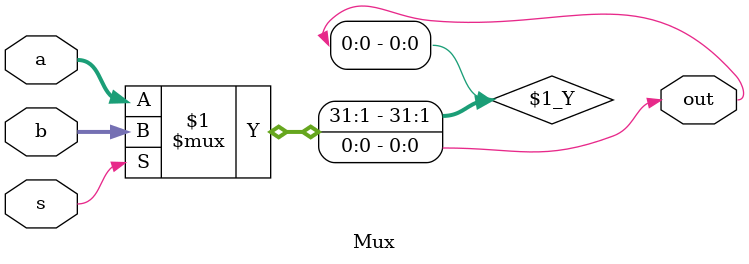
<source format=v>
module Mux(a, b, s, out);
    input [31:0] a;
    input [31:0] b;
    input s;

    output out;

    assign out = s ? b : a;

endmodule
</source>
